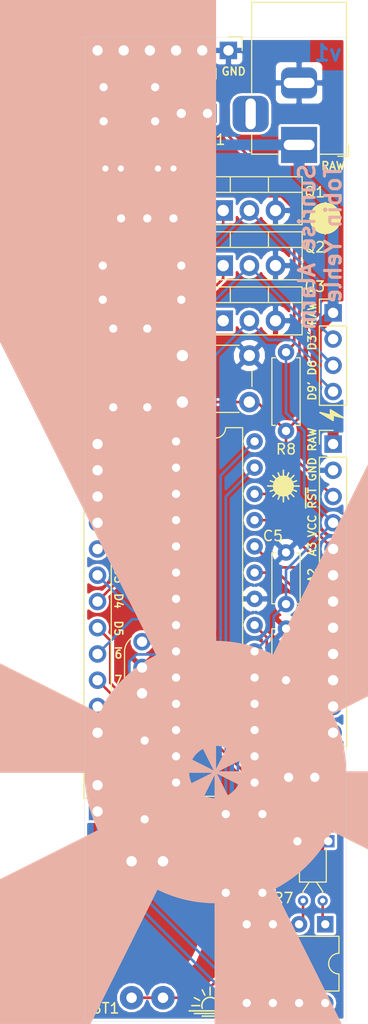
<source format=kicad_pcb>
(kicad_pcb (version 20171130) (host pcbnew 5.0.2-bee76a0~70~ubuntu16.04.1)
  (title_block (title "Sunrise Alarm") (date 2019-06-04) (rev v1) (comment 1 "Arduino Mini and Arduino Pro Mini design by Team Arduino and Spark Fun Electronics") (comment 2 creativecommons.org/licenses/by-nc-sa/4.0) (comment 3 "License: CC BY-NC-SA") (comment 4 "Author: Tobin Yehle"))
  (layers (0 F.Cu signal) (31 B.Cu signal) (34 B.Paste user) (35 F.Paste user) (36 B.SilkS user hide) (37 F.SilkS user) (38 B.Mask user) (39 F.Mask user) (44 Edge.Cuts user))
  (net 0 "")
  (net 1 GND)
  (net 2 "Net-(BT1-Pad1)")
  (net 3 RAW)
  (net 4 VCC)
  (net 5 "Net-(C4-Pad1)")
  (net 6 DTR)
  (net 7 RESET)
  (net 8 "Net-(D1-Pad1)")
  (net 9 "Net-(D2-Pad1)")
  (net 10 SCK)
  (net 11 TXO)
  (net 12 RXI)
  (net 13 D2)
  (net 14 LED_R)
  (net 15 D4)
  (net 16 D5)
  (net 17 LED_G)
  (net 18 D7)
  (net 19 D8)
  (net 20 LED_B)
  (net 21 D10)
  (net 22 MOSI)
  (net 23 MISO)
  (net 24 A0)
  (net 25 A1)
  (net 26 A2)
  (net 27 A3)
  (net 28 SDA)
  (net 29 SCL)
  (net 30 LED_CTL_R)
  (net 31 LED_CTL_G)
  (net 32 LED_CTL_B)
  (net 33 "Net-(U2-Pad1)")
  (net 34 "Net-(U2-Pad2)")
  (net 35 "Net-(U2-Pad7)")
  (net 36 "Net-(U3-Pad9)")
  (net 37 "Net-(U3-Pad10)")
  (module Sunrise:BatteryHolder_CR1220_THT (layer F.Cu) (at 131.826 135.89 270)
    (fp_text reference BT1 (at 7.62 4.064) (layer F.SilkS))
    (fp_text value "CR1220 3.3V")
    (pad 2 smd circle (at 0 0 270) (size 10.16 10.16) (layers F.Cu F.Mask) (net 1 GND))
    (pad 1 thru_hole circle (at 6.604 1.524 270) (size 2.286 2.286) (drill 1.016) (layers *.Cu *.Mask) (net 2 "Net-(BT1-Pad1)"))
    (pad 1 thru_hole circle (at 6.604 -1.524 270) (size 2.286 2.286) (drill 1.016) (layers *.Cu *.Mask) (net 2 "Net-(BT1-Pad1)"))
    (pad 1 thru_hole circle (at -6.604 1.524 270) (size 2.286 2.286) (drill 1.016) (layers *.Cu *.Mask) (net 2 "Net-(BT1-Pad1)"))
    (pad 1 thru_hole circle (at -6.604 -1.524 270) (size 2.286 2.286) (drill 1.016) (layers *.Cu *.Mask) (net 2 "Net-(BT1-Pad1)"))
  )
  (module Crystal:Resonator-3Pin_W6.0mm_H3.0mm (layer F.Cu) (at 131.318 113.03 90)
    (fp_text reference Y2 (at 6.096 1.524 180) (layer F.SilkS))
    (fp_text value 16MHz)
    (pad 1 thru_hole circle (at 0 0 90) (size 1.7 1.7) (drill 1) (layers *.Cu *.Mask) (net 37 "Net-(U3-Pad10)"))
    (pad 2 thru_hole circle (at 2.5 0 90) (size 1.7 1.7) (drill 1) (layers *.Cu *.Mask) (net 1 GND))
    (pad 3 thru_hole circle (at 5 0 90) (size 1.7 1.7) (drill 1) (layers *.Cu *.Mask) (net 36 "Net-(U3-Pad9)"))
  )
  (module Crystal:Crystal_C26-LF_D2.1mm_L6.5mm_Horizontal_1EP_style2 (layer F.Cu) (at 148.844 133.096 180)
    (fp_text reference Y1 (at 3.302 3.556) (layer F.SilkS))
    (fp_text value 32.768kHz)
    (pad 1 thru_hole circle (at 0 0 180) (size 1 1) (drill 0.5) (layers *.Cu *.Mask) (net 33 "Net-(U2-Pad1)"))
    (pad 2 thru_hole circle (at 1.9 0 180) (size 1 1) (drill 0.5) (layers *.Cu *.Mask) (net 34 "Net-(U2-Pad2)"))
    (pad 3 smd rect (at 0.95 5.75 180) (size 2.2 6.5) (layers F.Cu F.Paste F.Mask))
    (pad 3 thru_hole rect (at -0.55 5.75 180) (size 1.2 1.2) (drill 0.8) (layers *.Cu *.Mask))
    (pad 3 thru_hole rect (at 2.45 5.75 180) (size 1.2 1.2) (drill 0.8) (layers *.Cu *.Mask))
  )
  (module Package_DIP:DIP-28_W7.62mm (layer F.Cu) (at 134.62 88.646)
    (fp_text reference U3 (at 0.254 -1.778) (layer F.SilkS))
    (fp_text value ATmega328P-PU)
    (pad 1 thru_hole rect (at 0 0) (size 1.6 1.6) (drill 0.8) (layers *.Cu *.Mask) (net 7 RESET))
    (pad 15 thru_hole oval (at 7.62 33.02) (size 1.6 1.6) (drill 0.8) (layers *.Cu *.Mask) (net 32 LED_CTL_B))
    (pad 2 thru_hole oval (at 0 2.54) (size 1.6 1.6) (drill 0.8) (layers *.Cu *.Mask) (net 12 RXI))
    (pad 16 thru_hole oval (at 7.62 30.48) (size 1.6 1.6) (drill 0.8) (layers *.Cu *.Mask) (net 21 D10))
    (pad 3 thru_hole oval (at 0 5.08) (size 1.6 1.6) (drill 0.8) (layers *.Cu *.Mask) (net 11 TXO))
    (pad 17 thru_hole oval (at 7.62 27.94) (size 1.6 1.6) (drill 0.8) (layers *.Cu *.Mask) (net 22 MOSI))
    (pad 4 thru_hole oval (at 0 7.62) (size 1.6 1.6) (drill 0.8) (layers *.Cu *.Mask) (net 13 D2))
    (pad 18 thru_hole oval (at 7.62 25.4) (size 1.6 1.6) (drill 0.8) (layers *.Cu *.Mask) (net 23 MISO))
    (pad 5 thru_hole oval (at 0 10.16) (size 1.6 1.6) (drill 0.8) (layers *.Cu *.Mask) (net 30 LED_CTL_R))
    (pad 19 thru_hole oval (at 7.62 22.86) (size 1.6 1.6) (drill 0.8) (layers *.Cu *.Mask) (net 10 SCK))
    (pad 6 thru_hole oval (at 0 12.7) (size 1.6 1.6) (drill 0.8) (layers *.Cu *.Mask) (net 15 D4))
    (pad 20 thru_hole oval (at 7.62 20.32) (size 1.6 1.6) (drill 0.8) (layers *.Cu *.Mask) (net 4 VCC))
    (pad 7 thru_hole oval (at 0 15.24) (size 1.6 1.6) (drill 0.8) (layers *.Cu *.Mask) (net 4 VCC))
    (pad 21 thru_hole oval (at 7.62 17.78) (size 1.6 1.6) (drill 0.8) (layers *.Cu *.Mask) (net 5 "Net-(C4-Pad1)"))
    (pad 8 thru_hole oval (at 0 17.78) (size 1.6 1.6) (drill 0.8) (layers *.Cu *.Mask) (net 1 GND))
    (pad 22 thru_hole oval (at 7.62 15.24) (size 1.6 1.6) (drill 0.8) (layers *.Cu *.Mask) (net 1 GND))
    (pad 9 thru_hole oval (at 0 20.32) (size 1.6 1.6) (drill 0.8) (layers *.Cu *.Mask) (net 36 "Net-(U3-Pad9)"))
    (pad 23 thru_hole oval (at 7.62 12.7) (size 1.6 1.6) (drill 0.8) (layers *.Cu *.Mask) (net 24 A0))
    (pad 10 thru_hole oval (at 0 22.86) (size 1.6 1.6) (drill 0.8) (layers *.Cu *.Mask) (net 37 "Net-(U3-Pad10)"))
    (pad 24 thru_hole oval (at 7.62 10.16) (size 1.6 1.6) (drill 0.8) (layers *.Cu *.Mask) (net 25 A1))
    (pad 11 thru_hole oval (at 0 25.4) (size 1.6 1.6) (drill 0.8) (layers *.Cu *.Mask) (net 16 D5))
    (pad 25 thru_hole oval (at 7.62 7.62) (size 1.6 1.6) (drill 0.8) (layers *.Cu *.Mask) (net 26 A2))
    (pad 12 thru_hole oval (at 0 27.94) (size 1.6 1.6) (drill 0.8) (layers *.Cu *.Mask) (net 31 LED_CTL_G))
    (pad 26 thru_hole oval (at 7.62 5.08) (size 1.6 1.6) (drill 0.8) (layers *.Cu *.Mask) (net 27 A3))
    (pad 13 thru_hole oval (at 0 30.48) (size 1.6 1.6) (drill 0.8) (layers *.Cu *.Mask) (net 18 D7))
    (pad 27 thru_hole oval (at 7.62 2.54) (size 1.6 1.6) (drill 0.8) (layers *.Cu *.Mask) (net 28 SDA))
    (pad 14 thru_hole oval (at 0 33.02) (size 1.6 1.6) (drill 0.8) (layers *.Cu *.Mask) (net 19 D8))
    (pad 28 thru_hole oval (at 7.62 0) (size 1.6 1.6) (drill 0.8) (layers *.Cu *.Mask) (net 29 SCL))
  )
  (module Package_DIP:DIP-8_W7.62mm (layer F.Cu) (at 149.098 135.382 270)
    (fp_text reference U2 (at 3.81 9.906 270) (layer F.SilkS))
    (fp_text value DS1307+)
    (pad 1 thru_hole rect (at 0 0 270) (size 1.6 1.6) (drill 0.8) (layers *.Cu *.Mask) (net 33 "Net-(U2-Pad1)"))
    (pad 5 thru_hole oval (at 7.62 7.62 270) (size 1.6 1.6) (drill 0.8) (layers *.Cu *.Mask) (net 28 SDA))
    (pad 2 thru_hole oval (at 0 2.54 270) (size 1.6 1.6) (drill 0.8) (layers *.Cu *.Mask) (net 34 "Net-(U2-Pad2)"))
    (pad 6 thru_hole oval (at 7.62 5.08 270) (size 1.6 1.6) (drill 0.8) (layers *.Cu *.Mask) (net 29 SCL))
    (pad 3 thru_hole oval (at 0 5.08 270) (size 1.6 1.6) (drill 0.8) (layers *.Cu *.Mask) (net 2 "Net-(BT1-Pad1)"))
    (pad 7 thru_hole oval (at 7.62 2.54 270) (size 1.6 1.6) (drill 0.8) (layers *.Cu *.Mask) (net 35 "Net-(U2-Pad7)"))
    (pad 4 thru_hole oval (at 0 7.62 270) (size 1.6 1.6) (drill 0.8) (layers *.Cu *.Mask) (net 1 GND))
    (pad 8 thru_hole oval (at 7.62 0 270) (size 1.6 1.6) (drill 0.8) (layers *.Cu *.Mask) (net 4 VCC))
  )
  (module Package_TO_SOT_THT:TO-92_Inline_Wide (layer F.Cu) (at 134.366 67.056 180)
    (fp_text reference U1 (at -0.762 -2.032 180) (layer F.SilkS))
    (fp_text value L4931CZ50-AP)
    (pad 2 thru_hole circle (at 2.54 0 270) (size 1.5 1.5) (drill 0.8) (layers *.Cu *.Mask) (net 1 GND))
    (pad 3 thru_hole circle (at 5.08 0 270) (size 1.5 1.5) (drill 0.8) (layers *.Cu *.Mask) (net 4 VCC))
    (pad 1 thru_hole rect (at 0 0 270) (size 1.5 1.5) (drill 0.8) (layers *.Cu *.Mask) (net 3 RAW))
  )
  (module Resistor_THT:R_Axial_DIN0207_L6.3mm_D2.5mm_P7.62mm_Horizontal (layer F.Cu) (at 145.288 80.01 270)
    (fp_text reference R8 (at 9.398 0) (layer F.SilkS))
    (fp_text value 10K)
    (pad 1 thru_hole circle (at 0 0 270) (size 1.6 1.6) (drill 0.8) (layers *.Cu *.Mask) (net 4 VCC))
    (pad 2 thru_hole oval (at 7.62 0 270) (size 1.6 1.6) (drill 0.8) (layers *.Cu *.Mask) (net 7 RESET))
  )
  (module Resistor_THT:R_Axial_DIN0207_L6.3mm_D2.5mm_P7.62mm_Horizontal (layer F.Cu) (at 143.002 132.334 90)
    (fp_text reference R7 (at -0.508 2.032 180) (layer F.SilkS))
    (fp_text value 330)
    (pad 2 thru_hole oval (at 7.62 0 90) (size 1.6 1.6) (drill 0.8) (layers *.Cu *.Mask) (net 9 "Net-(D2-Pad1)"))
    (pad 1 thru_hole circle (at 0 0 90) (size 1.6 1.6) (drill 0.8) (layers *.Cu *.Mask) (net 1 GND))
  )
  (module Resistor_THT:R_Axial_DIN0207_L6.3mm_D2.5mm_P7.62mm_Horizontal (layer F.Cu) (at 131.572 125.222 90)
    (fp_text reference R6 (at 1.016 2.54 180) (layer F.SilkS))
    (fp_text value 10K)
    (pad 1 thru_hole circle (at 0 0 90) (size 1.6 1.6) (drill 0.8) (layers *.Cu *.Mask) (net 4 VCC))
    (pad 2 thru_hole oval (at 7.62 0 90) (size 1.6 1.6) (drill 0.8) (layers *.Cu *.Mask) (net 29 SCL))
  )
  (module Resistor_THT:R_Axial_DIN0207_L6.3mm_D2.5mm_P7.62mm_Horizontal (layer F.Cu) (at 139.446 132.334 90)
    (fp_text reference R5 (at 6.604 -2.54 180) (layer F.SilkS))
    (fp_text value 10K)
    (pad 2 thru_hole oval (at 7.62 0 90) (size 1.6 1.6) (drill 0.8) (layers *.Cu *.Mask) (net 28 SDA))
    (pad 1 thru_hole circle (at 0 0 90) (size 1.6 1.6) (drill 0.8) (layers *.Cu *.Mask) (net 4 VCC))
  )
  (module Resistor_THT:R_Axial_DIN0207_L6.3mm_D2.5mm_P7.62mm_Horizontal (layer F.Cu) (at 127.508 71.628)
    (fp_text reference R4 (at 0.254 -2.286) (layer F.SilkS))
    (fp_text value 10K)
    (pad 2 thru_hole oval (at 7.62 0) (size 1.6 1.6) (drill 0.8) (layers *.Cu *.Mask) (net 1 GND))
    (pad 1 thru_hole circle (at 0 0) (size 1.6 1.6) (drill 0.8) (layers *.Cu *.Mask) (net 8 "Net-(D1-Pad1)"))
  )
  (module Resistor_THT:R_Axial_DIN0207_L6.3mm_D2.5mm_P7.62mm_Horizontal (layer F.Cu) (at 131.826 77.724 270)
    (fp_text reference R3 (at 9.398 -0.762) (layer F.SilkS))
    (fp_text value 10k)
    (pad 2 thru_hole oval (at 7.62 0 270) (size 1.6 1.6) (drill 0.8) (layers *.Cu *.Mask) (net 1 GND))
    (pad 1 thru_hole circle (at 0 0 270) (size 1.6 1.6) (drill 0.8) (layers *.Cu *.Mask) (net 32 LED_CTL_B))
  )
  (module Resistor_THT:R_Axial_DIN0207_L6.3mm_D2.5mm_P7.62mm_Horizontal (layer F.Cu) (at 128.524 77.724 270)
    (fp_text reference R2 (at 9.144 -1.524) (layer F.SilkS))
    (fp_text value 10k)
    (pad 2 thru_hole oval (at 7.62 0 270) (size 1.6 1.6) (drill 0.8) (layers *.Cu *.Mask) (net 1 GND))
    (pad 1 thru_hole circle (at 0 0 270) (size 1.6 1.6) (drill 0.8) (layers *.Cu *.Mask) (net 31 LED_CTL_G))
  )
  (module Resistor_THT:R_Axial_DIN0207_L6.3mm_D2.5mm_P7.62mm_Horizontal (layer F.Cu) (at 135.128 74.93 180)
    (fp_text reference R1 (at -0.508 -1.778 180) (layer F.SilkS))
    (fp_text value 10k)
    (pad 1 thru_hole circle (at 0 0 180) (size 1.6 1.6) (drill 0.8) (layers *.Cu *.Mask) (net 30 LED_CTL_R))
    (pad 2 thru_hole oval (at 7.62 0 180) (size 1.6 1.6) (drill 0.8) (layers *.Cu *.Mask) (net 1 GND))
  )
  (module Package_TO_SOT_THT:TO-220-3_Vertical (layer F.Cu) (at 139.192 76.962)
    (fp_text reference Q3 (at 8.89 -3.302) (layer F.SilkS))
    (fp_text value IRLZ34N)
    (pad 1 thru_hole rect (at 0 0) (size 1.905 2) (drill 1.1) (layers *.Cu *.Mask) (net 32 LED_CTL_B))
    (pad 2 thru_hole oval (at 2.54 0) (size 1.905 2) (drill 1.1) (layers *.Cu *.Mask) (net 20 LED_B))
    (pad 3 thru_hole oval (at 5.08 0) (size 1.905 2) (drill 1.1) (layers *.Cu *.Mask) (net 1 GND))
  )
  (module Package_TO_SOT_THT:TO-220-3_Vertical (layer F.Cu) (at 139.192 71.628)
    (fp_text reference Q2 (at 8.89 -1.778) (layer F.SilkS))
    (fp_text value IRLZ34N)
    (pad 3 thru_hole oval (at 5.08 0) (size 1.905 2) (drill 1.1) (layers *.Cu *.Mask) (net 1 GND))
    (pad 2 thru_hole oval (at 2.54 0) (size 1.905 2) (drill 1.1) (layers *.Cu *.Mask) (net 17 LED_G))
    (pad 1 thru_hole rect (at 0 0) (size 1.905 2) (drill 1.1) (layers *.Cu *.Mask) (net 31 LED_CTL_G))
  )
  (module Package_TO_SOT_THT:TO-220-3_Vertical (layer F.Cu) (at 139.192 66.294)
    (fp_text reference Q1 (at 8.89 -1.778) (layer F.SilkS))
    (fp_text value IRLZ34N)
    (pad 1 thru_hole rect (at 0 0) (size 1.905 2) (drill 1.1) (layers *.Cu *.Mask) (net 30 LED_CTL_R))
    (pad 2 thru_hole oval (at 2.54 0) (size 1.905 2) (drill 1.1) (layers *.Cu *.Mask) (net 14 LED_R))
    (pad 3 thru_hole oval (at 5.08 0) (size 1.905 2) (drill 1.1) (layers *.Cu *.Mask) (net 1 GND))
  )
  (module Connector_PinHeader_2.54mm:PinHeader_1x02_P2.54mm_Vertical (layer F.Cu) (at 127 124.46 180)
    (fp_text reference J6 hide)
    (fp_text value I2C)
    (pad 1 thru_hole rect (at 0 0 180) (size 1.7 1.7) (drill 1) (layers *.Cu *.Mask) (net 28 SDA))
    (pad 2 thru_hole oval (at 0 2.54 180) (size 1.7 1.7) (drill 1) (layers *.Cu *.Mask) (net 29 SCL))
  )
  (module Connector_PinHeader_2.54mm:PinHeader_1x04_P2.54mm_Vertical (layer F.Cu) (at 149.86 76.2)
    (fp_text reference J5 hide)
    (fp_text value LED_STRIP_VGRB)
    (pad 1 thru_hole rect (at 0 0) (size 1.7 1.7) (drill 1) (layers *.Cu *.Mask) (net 3 RAW))
    (pad 2 thru_hole oval (at 0 2.54) (size 1.7 1.7) (drill 1) (layers *.Cu *.Mask) (net 14 LED_R))
    (pad 3 thru_hole oval (at 0 5.08) (size 1.7 1.7) (drill 1) (layers *.Cu *.Mask) (net 17 LED_G))
    (pad 4 thru_hole oval (at 0 7.62) (size 1.7 1.7) (drill 1) (layers *.Cu *.Mask) (net 20 LED_B))
  )
  (module Connector_PinHeader_2.54mm:PinHeader_1x12_P2.54mm_Vertical (layer F.Cu) (at 149.86 88.9)
    (fp_text reference J4 hide)
    (fp_text value Header)
    (pad 12 thru_hole oval (at 0 27.94) (size 1.7 1.7) (drill 1) (layers *.Cu *.Mask) (net 21 D10))
    (pad 11 thru_hole oval (at 0 25.4) (size 1.7 1.7) (drill 1) (layers *.Cu *.Mask) (net 22 MOSI))
    (pad 10 thru_hole oval (at 0 22.86) (size 1.7 1.7) (drill 1) (layers *.Cu *.Mask) (net 23 MISO))
    (pad 9 thru_hole oval (at 0 20.32) (size 1.7 1.7) (drill 1) (layers *.Cu *.Mask) (net 10 SCK))
    (pad 8 thru_hole oval (at 0 17.78) (size 1.7 1.7) (drill 1) (layers *.Cu *.Mask) (net 24 A0))
    (pad 7 thru_hole oval (at 0 15.24) (size 1.7 1.7) (drill 1) (layers *.Cu *.Mask) (net 25 A1))
    (pad 6 thru_hole oval (at 0 12.7) (size 1.7 1.7) (drill 1) (layers *.Cu *.Mask) (net 26 A2))
    (pad 5 thru_hole oval (at 0 10.16) (size 1.7 1.7) (drill 1) (layers *.Cu *.Mask) (net 27 A3))
    (pad 4 thru_hole oval (at 0 7.62) (size 1.7 1.7) (drill 1) (layers *.Cu *.Mask) (net 4 VCC))
    (pad 3 thru_hole oval (at 0 5.08) (size 1.7 1.7) (drill 1) (layers *.Cu *.Mask) (net 7 RESET))
    (pad 2 thru_hole oval (at 0 2.54) (size 1.7 1.7) (drill 1) (layers *.Cu *.Mask) (net 1 GND))
    (pad 1 thru_hole rect (at 0 0) (size 1.7 1.7) (drill 1) (layers *.Cu *.Mask) (net 3 RAW))
  )
  (module Connector_PinHeader_2.54mm:PinHeader_1x06_P2.54mm_Vertical (layer F.Cu) (at 139.7 50.8 270)
    (fp_text reference J3 hide)
    (fp_text value "FTDI Basic")
    (pad 1 thru_hole rect (at 0 0 270) (size 1.7 1.7) (drill 1) (layers *.Cu *.Mask) (net 1 GND))
    (pad 2 thru_hole oval (at 0 2.54 270) (size 1.7 1.7) (drill 1) (layers *.Cu *.Mask) (net 1 GND))
    (pad 3 thru_hole oval (at 0 5.08 270) (size 1.7 1.7) (drill 1) (layers *.Cu *.Mask) (net 4 VCC))
    (pad 4 thru_hole oval (at 0 7.62 270) (size 1.7 1.7) (drill 1) (layers *.Cu *.Mask) (net 12 RXI))
    (pad 5 thru_hole oval (at 0 10.16 270) (size 1.7 1.7) (drill 1) (layers *.Cu *.Mask) (net 11 TXO))
    (pad 6 thru_hole oval (at 0 12.7 270) (size 1.7 1.7) (drill 1) (layers *.Cu *.Mask) (net 6 DTR))
  )
  (module Connector_PinHeader_2.54mm:PinHeader_1x12_P2.54mm_Vertical (layer F.Cu) (at 127 88.9)
    (fp_text reference J2 hide)
    (fp_text value Header)
    (pad 1 thru_hole rect (at 0 0) (size 1.7 1.7) (drill 1) (layers *.Cu *.Mask) (net 11 TXO))
    (pad 2 thru_hole oval (at 0 2.54) (size 1.7 1.7) (drill 1) (layers *.Cu *.Mask) (net 12 RXI))
    (pad 3 thru_hole oval (at 0 5.08) (size 1.7 1.7) (drill 1) (layers *.Cu *.Mask) (net 7 RESET))
    (pad 4 thru_hole oval (at 0 7.62) (size 1.7 1.7) (drill 1) (layers *.Cu *.Mask) (net 1 GND))
    (pad 5 thru_hole oval (at 0 10.16) (size 1.7 1.7) (drill 1) (layers *.Cu *.Mask) (net 13 D2))
    (pad 6 thru_hole oval (at 0 12.7) (size 1.7 1.7) (drill 1) (layers *.Cu *.Mask) (net 14 LED_R))
    (pad 7 thru_hole oval (at 0 15.24) (size 1.7 1.7) (drill 1) (layers *.Cu *.Mask) (net 15 D4))
    (pad 8 thru_hole oval (at 0 17.78) (size 1.7 1.7) (drill 1) (layers *.Cu *.Mask) (net 16 D5))
    (pad 9 thru_hole oval (at 0 20.32) (size 1.7 1.7) (drill 1) (layers *.Cu *.Mask) (net 17 LED_G))
    (pad 10 thru_hole oval (at 0 22.86) (size 1.7 1.7) (drill 1) (layers *.Cu *.Mask) (net 18 D7))
    (pad 11 thru_hole oval (at 0 25.4) (size 1.7 1.7) (drill 1) (layers *.Cu *.Mask) (net 19 D8))
    (pad 12 thru_hole oval (at 0 27.94) (size 1.7 1.7) (drill 1) (layers *.Cu *.Mask) (net 20 LED_B))
  )
  (module Connector_BarrelJack:BarrelJack_Horizontal (layer F.Cu) (at 146.558 59.944 270)
    (fp_text reference J1 hide)
    (fp_text value "Barrel Jack 12V")
    (pad 1 thru_hole rect (at 0 0 270) (size 3.5 3.5) (drill oval 1 3) (layers *.Cu *.Mask) (net 3 RAW))
    (pad 2 thru_hole roundrect (at -6 0 270) (size 3 3.5) (drill oval 1 3) (layers *.Cu *.Mask) (net 1 GND))
    (pad 3 thru_hole roundrect (at -3 4.7 270) (size 3.5 3.5) (drill oval 3 1) (layers *.Cu *.Mask))
  )
  (module LED_THT:LED_D3.0mm (layer F.Cu) (at 148.082 121.158 180)
    (fp_text reference D2 (at 3.048 2.54 180) (layer F.SilkS))
    (fp_text value LED)
    (pad 1 thru_hole rect (at 0 0 180) (size 1.8 1.8) (drill 0.9) (layers *.Cu *.Mask) (net 9 "Net-(D2-Pad1)"))
    (pad 2 thru_hole circle (at 2.54 0 180) (size 1.8 1.8) (drill 0.9) (layers *.Cu *.Mask) (net 10 SCK))
  )
  (module LED_THT:LED_D3.0mm (layer F.Cu) (at 137.668 56.896 180)
    (fp_text reference D1 (at -0.762 -2.54 180) (layer F.SilkS))
    (fp_text value LED)
    (pad 2 thru_hole circle (at 2.54 0 180) (size 1.8 1.8) (drill 0.9) (layers *.Cu *.Mask) (net 4 VCC))
    (pad 1 thru_hole rect (at 0 0 180) (size 1.8 1.8) (drill 0.9) (layers *.Cu *.Mask) (net 8 "Net-(D1-Pad1)"))
  )
  (module Capacitor_THT:C_Disc_D4.7mm_W2.5mm_P5.00mm (layer F.Cu) (at 132.588 54.356 180)
    (fp_text reference C6 (at -2.032 0 180) (layer F.SilkS))
    (fp_text value 0.1uF)
    (pad 2 thru_hole circle (at 5 0 180) (size 1.6 1.6) (drill 0.8) (layers *.Cu *.Mask) (net 6 DTR))
    (pad 1 thru_hole circle (at 0 0 180) (size 1.6 1.6) (drill 0.8) (layers *.Cu *.Mask) (net 7 RESET))
  )
  (module Capacitor_THT:C_Disc_D4.7mm_W2.5mm_P5.00mm (layer F.Cu) (at 145.288 104.394 90)
    (fp_text reference C5 (at 6.604 -1.27 180) (layer F.SilkS))
    (fp_text value 0.1uF)
    (pad 1 thru_hole circle (at 0 0 90) (size 1.6 1.6) (drill 0.8) (layers *.Cu *.Mask) (net 4 VCC))
    (pad 2 thru_hole circle (at 5 0 90) (size 1.6 1.6) (drill 0.8) (layers *.Cu *.Mask) (net 1 GND))
  )
  (module Capacitor_THT:C_Disc_D4.7mm_W2.5mm_P5.00mm (layer F.Cu) (at 145.288 111.76 90)
    (fp_text reference C4 (at -1.524 -1.27 180) (layer F.SilkS))
    (fp_text value 0.1uF)
    (pad 1 thru_hole circle (at 0 0 90) (size 1.6 1.6) (drill 0.8) (layers *.Cu *.Mask) (net 5 "Net-(C4-Pad1)"))
    (pad 2 thru_hole circle (at 5 0 90) (size 1.6 1.6) (drill 0.8) (layers *.Cu *.Mask) (net 1 GND))
  )
  (module Capacitor_THT:C_Disc_D4.7mm_W2.5mm_P5.00mm (layer F.Cu) (at 132.588 57.658 180)
    (fp_text reference C3 (at 1.27 -2.286 180) (layer F.SilkS))
    (fp_text value 0.1uF)
    (pad 2 thru_hole circle (at 5 0 180) (size 1.6 1.6) (drill 0.8) (layers *.Cu *.Mask) (net 1 GND))
    (pad 1 thru_hole circle (at 0 0 180) (size 1.6 1.6) (drill 0.8) (layers *.Cu *.Mask) (net 4 VCC))
  )
  (module Capacitor_THT:CP_Radial_D4.0mm_P1.50mm (layer F.Cu) (at 127.762 62.23)
    (fp_text reference C2 (at -0.254 3.048) (layer F.SilkS))
    (fp_text value 10uF)
    (pad 2 thru_hole circle (at 1.5 0) (size 1.2 1.2) (drill 0.6) (layers *.Cu *.Mask) (net 1 GND))
    (pad 1 thru_hole rect (at 0 0) (size 1.2 1.2) (drill 0.6) (layers *.Cu *.Mask) (net 4 VCC))
  )
  (module Capacitor_THT:CP_Radial_D4.0mm_P1.50mm (layer F.Cu) (at 134.366 62.23 180)
    (fp_text reference C1 (at -2.286 1.016 180) (layer F.SilkS))
    (fp_text value 10uF)
    (pad 1 thru_hole rect (at 0 0 180) (size 1.2 1.2) (drill 0.6) (layers *.Cu *.Mask) (net 3 RAW))
    (pad 2 thru_hole circle (at 1.5 0 180) (size 1.2 1.2) (drill 0.6) (layers *.Cu *.Mask) (net 1 GND))
  )
  (module Button_Switch_THT:SW_PUSH_6mm (layer F.Cu) (at 135.232 80.336)
    (fp_text reference SW1 (at -0.104 -1.85) (layer F.SilkS))
    (fp_text value Reset)
    (pad 2 thru_hole circle (at 0 4.5 90) (size 2 2) (drill 1.1) (layers *.Cu *.Mask) (net 7 RESET))
    (pad 1 thru_hole circle (at 0 0 90) (size 2 2) (drill 1.1) (layers *.Cu *.Mask) (net 1 GND))
    (pad 2 thru_hole circle (at 6.5 4.5 90) (size 2 2) (drill 1.1) (layers *.Cu *.Mask) (net 7 RESET))
    (pad 1 thru_hole circle (at 6.5 0 90) (size 2 2) (drill 1.1) (layers *.Cu *.Mask) (net 1 GND))
  )
  (gr_line (start 136.906 143.256) (end 136.144 143.256) (layer F.SilkS) (width 0.1524))
  (gr_line (start 138.938 143.256) (end 139.7 143.256) (layer F.SilkS) (width 0.1524))
  (gr_arc (start 137.922 143.256) (end 138.683999 143.509999) (angle -216.8698976) (layer F.SilkS) (width 0.1524))
  (gr_line (start 136.398 144.018) (end 139.446 144.018) (layer F.SilkS) (width 0.1524))
  (gr_line (start 139.954 143.764) (end 135.89 143.764) (layer F.SilkS) (width 0.1524))
  (gr_line (start 137.922 142.24) (end 137.922 141.478) (layer F.SilkS) (width 0.1524))
  (gr_line (start 138.938 142.748) (end 139.446 142.494) (layer F.SilkS) (width 0.1524))
  (gr_line (start 138.43 142.24) (end 138.684 141.732) (layer F.SilkS) (width 0.1524))
  (gr_line (start 136.906 142.748) (end 136.398 142.494) (layer F.SilkS) (width 0.1524))
  (gr_line (start 137.414 142.24) (end 137.16 141.732) (layer F.SilkS) (width 0.1524))
  (gr_line (start 137.16 144.272) (end 138.684 144.272) (layer F.SilkS) (width 0.1524))
  (gr_poly (pts (xy 150.114 68.072) (xy 148.844 67.31) (xy 149.352 66.802)) (layer F.SilkS) (width 0.15))
  (gr_poly (pts (xy 148.082 68.072) (xy 148.844 66.802) (xy 149.352 67.31)) (layer F.SilkS) (width 0.15))
  (gr_poly (pts (xy 148.082 66.04) (xy 149.352 66.802) (xy 148.844 67.31)) (layer F.SilkS) (width 0.15))
  (gr_poly (pts (xy 150.114 66.04) (xy 149.352 67.31) (xy 148.844 66.802)) (layer F.SilkS) (width 0.15))
  (gr_poly (pts (xy 150.622 67.056) (xy 149.098 67.31) (xy 149.098 66.802)) (layer F.SilkS) (width 0.15))
  (gr_poly (pts (xy 149.098 68.58) (xy 148.844 67.056) (xy 149.352 67.056)) (layer F.SilkS) (width 0.15))
  (gr_poly (pts (xy 147.574 67.056) (xy 149.098 66.802) (xy 149.098 67.31)) (layer F.SilkS) (width 0.15))
  (gr_poly (pts (xy 149.098 65.532) (xy 149.352 67.056) (xy 148.844 67.056)) (layer F.SilkS) (width 0.15))
  (gr_poly (pts (xy 149.098 65.532) (xy 149.352 67.056) (xy 148.844 67.056)) (layer F.SilkS) (width 0.15))
  (gr_circle (center 149.098 67.056) (end 149.352 67.056) (layer F.SilkS) (width 1.27))
  (gr_line (start 146.304 93.472) (end 143.764 92.456) (layer F.SilkS) (width 0.1524))
  (gr_line (start 143.764 93.472) (end 146.304 92.456) (layer F.SilkS) (width 0.1524))
  (gr_line (start 145.542 91.694) (end 144.526 94.234) (layer F.SilkS) (width 0.1524))
  (gr_line (start 145.542 94.234) (end 144.526 91.694) (layer F.SilkS) (width 0.1524))
  (gr_line (start 144.018 91.948) (end 146.05 93.98) (layer F.SilkS) (width 0.1524))
  (gr_line (start 144.018 93.98) (end 146.05 91.948) (layer F.SilkS) (width 0.1524))
  (gr_line (start 145.034 91.44) (end 145.034 94.488) (layer F.SilkS) (width 0.1524))
  (gr_line (start 146.558 92.964) (end 143.51 92.964) (layer F.SilkS) (width 0.1524))
  (gr_circle (center 145.034 92.964) (end 145.288 92.964) (layer F.SilkS) (width 0.762))
  (gr_line (start 131.572 98.298) (end 131.572 98.806) (layer F.SilkS) (width 0.1524))
  (gr_line (start 132.08 98.806) (end 132.08 98.298) (layer F.SilkS) (width 0.1524))
  (gr_line (start 131.826 98.298) (end 131.826 99.06) (layer F.SilkS) (width 0.1524))
  (gr_line (start 131.064 97.79) (end 130.556 97.79) (layer F.SilkS) (width 0.1524))
  (gr_line (start 131.064 97.282) (end 130.556 97.282) (layer F.SilkS) (width 0.1524))
  (gr_line (start 131.064 97.536) (end 130.302 97.536) (layer F.SilkS) (width 0.1524))
  (gr_line (start 131.572 96.774) (end 131.572 96.266) (layer F.SilkS) (width 0.1524))
  (gr_line (start 132.08 96.774) (end 132.08 96.266) (layer F.SilkS) (width 0.1524))
  (gr_line (start 131.826 96.774) (end 131.826 96.012) (layer F.SilkS) (width 0.1524))
  (gr_circle (center 131.826 97.536) (end 132.334 97.536) (layer F.SilkS) (width 0.1524))
  (gr_line (start 132.588 97.79) (end 133.096 97.79) (layer F.SilkS) (width 0.1524))
  (gr_line (start 132.588 97.282) (end 133.096 97.282) (layer F.SilkS) (width 0.1524))
  (gr_line (start 132.588 97.536) (end 133.35 97.536) (layer F.SilkS) (width 0.1524))
  (gr_text RAW (at 149.86 61.976) (layer F.SilkS) (effects (font (size 0.762 0.762) (thickness 0.1524))))
  (gr_text A5 (at 127.762 119.634 270) (layer F.SilkS) (effects (font (size 0.762 0.762) (thickness 0.1524))))
  (gr_text A4 (at 127.762 126.746 270) (layer F.SilkS) (effects (font (size 0.762 0.762) (thickness 0.1524))))
  (gr_text "D9' D6'" (at 147.828 82.55 90) (layer F.SilkS) (effects (font (size 0.762 0.762) (thickness 0.1524))))
  (gr_text "~6~\n\n7" (at 129.032 110.49) (layer F.SilkS) (effects (font (size 0.762 0.762) (thickness 0.1524))))
  (gr_text v1 (at 149.352 51.054) (layer B.Cu) (effects (font (size 1.524 1.524) (thickness 0.3048)) (justify mirror)))
  (gr_text "Tobin Yehle" (at 149.86 68.58 90) (layer B.SilkS) (effects (font (size 1.524 1.524) (thickness 0.3048)) (justify mirror)))
  (gr_text "Sunrise Alarm" (at 147.32 69.85 90) (layer B.SilkS) (effects (font (size 1.524 1.524) (thickness 0.3048)) (justify mirror)))
  (gr_poly (pts (xy 138.43 120.65) (xy 138.43 222.25) (xy 189.23 222.25)) (layer B.SilkS) (width 0.15))
  (gr_poly (pts (xy 138.43 120.65) (xy 138.43 19.05) (xy 87.63 19.05)) (layer B.SilkS) (width 0.15))
  (gr_poly (pts (xy 138.43 120.65) (xy 163.83 69.85) (xy 189.23 95.25)) (layer B.SilkS) (width 0.15))
  (gr_poly (pts (xy 138.43 120.65) (xy 87.63 120.65) (xy 87.63 95.25)) (layer B.SilkS) (width 0.15))
  (gr_poly (pts (xy 138.43 120.65) (xy 113.03 171.45) (xy 87.63 146.05)) (layer B.SilkS) (width 0.15))
  (gr_poly (pts (xy 138.43 120.65) (xy 189.23 146.05) (xy 189.23 120.65)) (layer B.SilkS) (width 0.15))
  (gr_circle (center 138.43 120.65) (end 140.97 120.65) (layer B.SilkS) (width 10.16))
  (gr_poly (pts (xy 148.59 85.852) (xy 149.86 86.614) (xy 149.86 86.106) (xy 150.876 86.36) (xy 149.606 85.598) (xy 149.606 86.106)) (layer F.SilkS) (width 0.15))
  (gr_text "D3' RAW" (at 147.828 77.47 90) (layer F.SilkS) (effects (font (size 0.762 0.762) (thickness 0.1524))))
  (gr_text SCK/D13 (at 149.86 121.158 90) (layer F.SilkS) (effects (font (size 0.762 0.762) (thickness 0.1524))))
  (gr_poly (pts (xy 130.048 100.838) (xy 130.048 100.584) (xy 130.556 100.838) (xy 129.794 100.33) (xy 129.794 100.584) (xy 129.286 100.33)) (layer F.SilkS) (width 0.15))
  (gr_poly (pts (xy 132.334 103.886) (xy 132.334 103.632) (xy 132.842 103.886) (xy 132.08 103.378) (xy 132.08 103.632) (xy 131.572 103.378)) (layer F.SilkS) (width 0.15))
  (gr_poly (pts (xy 130.048 116.078) (xy 130.048 115.824) (xy 130.556 116.078) (xy 129.794 115.57) (xy 129.794 115.824) (xy 129.286 115.57)) (layer F.SilkS) (width 0.15))
  (gr_text "D8  ~D9~" (at 129.032 115.57 270) (layer F.SilkS) (effects (font (size 0.762 0.762) (thickness 0.1524))))
  (gr_text "D4  D5" (at 129.032 105.41 270) (layer F.SilkS) (effects (font (size 0.762 0.762) (thickness 0.1524))))
  (gr_text "D2  ~D3~" (at 129.032 100.33 270) (layer F.SilkS) (effects (font (size 0.762 0.762) (thickness 0.1524))))
  (gr_text "~RST~ GND" (at 129.032 95.25 270) (layer F.SilkS) (effects (font (size 0.762 0.762) (thickness 0.1524))))
  (gr_text "TXO RXI" (at 129.032 90.17 270) (layer F.SilkS) (effects (font (size 0.762 0.762) (thickness 0.1524))))
  (gr_text "     MISO\nMOSI" (at 145.288 115.316 45) (layer F.SilkS) (effects (font (size 0.762 0.762) (thickness 0.1524))))
  (gr_text "A2  A3" (at 147.828 100.33 90) (layer F.SilkS) (effects (font (size 0.762 0.762) (thickness 0.1524))))
  (gr_text "A0  A1" (at 147.828 105.41 90) (layer F.SilkS) (effects (font (size 0.762 0.762) (thickness 0.1524))))
  (gr_text "D12 SCK" (at 147.828 110.49 90) (layer F.SilkS) (effects (font (size 0.762 0.762) (thickness 0.1524))))
  (gr_text "VCC ~RST~" (at 147.828 95.504 90) (layer F.SilkS) (effects (font (size 0.762 0.762) (thickness 0.1524))))
  (gr_text "GND RAW" (at 147.828 89.916 90) (layer F.SilkS) (effects (font (size 0.762 0.762) (thickness 0.1524))))
  (gr_text "SS D11" (at 147.828 115.57 90) (layer F.SilkS) (effects (font (size 0.762 0.762) (thickness 0.1524))))
  (gr_text FTDI (at 137.16 53.086) (layer F.SilkS) (effects (font (size 1.016 1.016) (thickness 0.1524))))
  (gr_text GND (at 140.208 52.832) (layer F.SilkS) (effects (font (size 0.762 0.762) (thickness 0.1524))))
  (gr_text ~D6~ (at 131.318 104.648 270) (layer F.SilkS) (effects (font (size 0.762 0.762) (thickness 0.1524))))
  (gr_text "SCL SDA" (at 129.032 123.19 270) (layer F.SilkS) (effects (font (size 0.762 0.762) (thickness 0.1524))))
  (gr_line (start 151.13 144.78) (end 125.73 144.78) (layer Edge.Cuts) (width 0.0254))
  (gr_line (start 125.73 49.53) (end 151.13 49.53) (layer Edge.Cuts) (width 0.0254))
  (gr_line (start 125.73 49.53) (end 125.73 144.78) (layer Edge.Cuts) (width 0.0254))
  (gr_line (start 151.13 49.53) (end 151.13 144.78) (layer Edge.Cuts) (width 0.0254))
  (segment (start 131.918446 142.494) (end 133.35 142.494) (width 0.254) (layer F.Cu) (net 2))
  (segment (start 130.302 142.494) (end 131.918446 142.494) (width 0.254) (layer F.Cu) (net 2))
  (segment (start 130.302 129.286) (end 133.35 129.286) (width 0.254) (layer F.Cu) (net 2))
  (segment (start 136.906 142.494) (end 133.35 142.494) (width 0.254) (layer F.Cu) (net 2))
  (segment (start 144.018 135.382) (end 136.906 142.494) (width 0.254) (layer F.Cu) (net 2))
  (segment (start 134.492999 130.428999) (end 133.35 129.286) (width 0.254) (layer F.Cu) (net 2))
  (segment (start 140.627001 136.563001) (end 134.492999 130.428999) (width 0.254) (layer F.Cu) (net 2))
  (segment (start 142.836999 136.563001) (end 140.627001 136.563001) (width 0.254) (layer F.Cu) (net 2))
  (segment (start 144.018 135.382) (end 142.836999 136.563001) (width 0.254) (layer F.Cu) (net 2))
  (segment (start 149.86 86.9832) (end 149.86 88.9) (width 1.0668) (layer F.Cu) (net 3))
  (segment (start 148.222599 85.345799) (end 149.86 86.9832) (width 1.0668) (layer F.Cu) (net 3))
  (segment (start 148.222599 77.837401) (end 148.222599 85.345799) (width 1.0668) (layer F.Cu) (net 3))
  (segment (start 149.86 76.2) (end 148.222599 77.837401) (width 1.0668) (layer F.Cu) (net 3))
  (segment (start 134.366 62.23) (end 134.366 67.056) (width 1.0668) (layer B.Cu) (net 3))
  (segment (start 143.7412 59.944) (end 146.558 59.944) (width 1.0668) (layer B.Cu) (net 3))
  (segment (start 135.636 59.944) (end 143.7412 59.944) (width 1.0668) (layer B.Cu) (net 3))
  (segment (start 134.366 61.214) (end 135.636 59.944) (width 1.0668) (layer B.Cu) (net 3))
  (segment (start 134.366 62.23) (end 134.366 61.214) (width 1.0668) (layer B.Cu) (net 3))
  (segment (start 149.86 66.0628) (end 149.86 74.2832) (width 1.0668) (layer B.Cu) (net 3))
  (segment (start 149.86 74.2832) (end 149.86 76.2) (width 1.0668) (layer B.Cu) (net 3))
  (segment (start 146.558 62.7608) (end 149.86 66.0628) (width 1.0668) (layer B.Cu) (net 3))
  (segment (start 146.558 59.944) (end 146.558 62.7608) (width 1.0668) (layer B.Cu) (net 3))
  (segment (start 127.762 65.532) (end 129.286 67.056) (width 0.254) (layer F.Cu) (net 4))
  (segment (start 127.762 62.23) (end 127.762 65.532) (width 0.254) (layer F.Cu) (net 4))
  (segment (start 129.286 70.835882) (end 129.286 67.056) (width 0.254) (layer B.Cu) (net 4))
  (segment (start 133.007001 74.556883) (end 129.286 70.835882) (width 0.254) (layer B.Cu) (net 4))
  (segment (start 133.007001 102.273001) (end 133.007001 74.556883) (width 0.254) (layer B.Cu) (net 4))
  (segment (start 134.62 103.886) (end 133.007001 102.273001) (width 0.254) (layer B.Cu) (net 4))
  (segment (start 148.298001 142.202001) (end 149.098 143.002) (width 0.254) (layer F.Cu) (net 4))
  (segment (start 145.376999 134.993117) (end 145.376999 139.280999) (width 0.254) (layer F.Cu) (net 4))
  (segment (start 144.584881 134.200999) (end 145.376999 134.993117) (width 0.254) (layer F.Cu) (net 4))
  (segment (start 145.376999 139.280999) (end 148.298001 142.202001) (width 0.254) (layer F.Cu) (net 4))
  (segment (start 141.312999 134.200999) (end 144.584881 134.200999) (width 0.254) (layer F.Cu) (net 4))
  (segment (start 139.446 132.334) (end 141.312999 134.200999) (width 0.254) (layer F.Cu) (net 4))
  (segment (start 140.627001 110.578999) (end 141.440001 109.765999) (width 0.254) (layer B.Cu) (net 4))
  (segment (start 141.440001 109.765999) (end 142.24 108.966) (width 0.254) (layer B.Cu) (net 4))
  (segment (start 140.627001 131.152999) (end 140.627001 110.578999) (width 0.254) (layer B.Cu) (net 4))
  (segment (start 139.446 132.334) (end 140.627001 131.152999) (width 0.254) (layer B.Cu) (net 4))
  (segment (start 132.588 70.358) (end 133.604 70.358) (width 0.254) (layer F.Cu) (net 4))
  (segment (start 129.286 67.056) (end 132.588 70.358) (width 0.254) (layer F.Cu) (net 4))
  (segment (start 133.604 70.358) (end 136.144 67.818) (width 0.254) (layer F.Cu) (net 4))
  (segment (start 146.087999 79.210001) (end 145.288 80.01) (width 0.254) (layer F.Cu) (net 4))
  (segment (start 146.087999 66.176632) (end 146.087999 79.210001) (width 0.254) (layer F.Cu) (net 4))
  (segment (start 144.824357 64.91299) (end 146.087999 66.176632) (width 0.254) (layer F.Cu) (net 4))
  (segment (start 137.934708 64.91299) (end 144.824357 64.91299) (width 0.254) (layer F.Cu) (net 4))
  (segment (start 136.144 66.703698) (end 137.934708 64.91299) (width 0.254) (layer F.Cu) (net 4))
  (segment (start 136.144 67.818) (end 136.144 66.703698) (width 0.254) (layer F.Cu) (net 4))
  (segment (start 145.288 85.882118) (end 147.066 87.660118) (width 0.254) (layer B.Cu) (net 4))
  (segment (start 145.288 80.01) (end 145.288 85.882118) (width 0.254) (layer B.Cu) (net 4))
  (segment (start 147.066 93.726) (end 149.86 96.52) (width 0.254) (layer B.Cu) (net 4))
  (segment (start 147.066 87.660118) (end 147.066 93.726) (width 0.254) (layer B.Cu) (net 4))
  (segment (start 135.128 51.308) (end 134.62 50.8) (width 0.254) (layer B.Cu) (net 4))
  (segment (start 135.128 56.896) (end 135.128 51.308) (width 0.254) (layer B.Cu) (net 4))
  (segment (start 133.35 56.896) (end 132.588 57.658) (width 0.254) (layer B.Cu) (net 4))
  (segment (start 135.128 56.896) (end 133.35 56.896) (width 0.254) (layer B.Cu) (net 4))
  (segment (start 127.762 61.376) (end 127.762 62.23) (width 0.254) (layer B.Cu) (net 4))
  (segment (start 130.680001 58.457999) (end 127.762 61.376) (width 0.254) (layer B.Cu) (net 4))
  (segment (start 131.788001 58.457999) (end 130.680001 58.457999) (width 0.254) (layer B.Cu) (net 4))
  (segment (start 132.588 57.658) (end 131.788001 58.457999) (width 0.254) (layer B.Cu) (net 4))
  (segment (start 133.858 125.222) (end 139.446 130.81) (width 0.254) (layer F.Cu) (net 4))
  (segment (start 139.446 130.81) (end 139.446 132.334) (width 0.254) (layer F.Cu) (net 4))
  (segment (start 131.572 125.222) (end 133.858 125.222) (width 0.254) (layer F.Cu) (net 4))
  (segment (start 144.488001 105.193999) (end 145.288 104.394) (width 0.254) (layer B.Cu) (net 4))
  (segment (start 144.106999 105.575001) (end 144.488001 105.193999) (width 0.254) (layer B.Cu) (net 4))
  (segment (start 144.106999 107.099001) (end 144.106999 105.575001) (width 0.254) (layer B.Cu) (net 4))
  (segment (start 142.24 108.966) (end 144.106999 107.099001) (width 0.254) (layer B.Cu) (net 4))
  (segment (start 145.288 101.092) (end 145.288 104.394) (width 0.254) (layer B.Cu) (net 4))
  (segment (start 149.86 96.52) (end 145.288 101.092) (width 0.254) (layer B.Cu) (net 4))
  (segment (start 143.039999 107.225999) (end 142.24 106.426) (width 0.254) (layer F.Cu) (net 5))
  (segment (start 143.421001 107.607001) (end 143.039999 107.225999) (width 0.254) (layer F.Cu) (net 5))
  (segment (start 145.288 110.62863) (end 143.421001 108.761631) (width 0.254) (layer F.Cu) (net 5))
  (segment (start 143.421001 108.761631) (end 143.421001 107.607001) (width 0.254) (layer F.Cu) (net 5))
  (segment (start 145.288 111.76) (end 145.288 110.62863) (width 0.254) (layer F.Cu) (net 5))
  (segment (start 127 53.768) (end 127.588 54.356) (width 0.254) (layer F.Cu) (net 6))
  (segment (start 127 50.8) (end 127 53.768) (width 0.254) (layer F.Cu) (net 6))
  (segment (start 136.646213 84.836) (end 141.732 84.836) (width 0.254) (layer F.Cu) (net 7))
  (segment (start 135.232 84.836) (end 136.646213 84.836) (width 0.254) (layer F.Cu) (net 7))
  (segment (start 142.494 84.836) (end 141.732 84.836) (width 0.254) (layer F.Cu) (net 7))
  (segment (start 145.288 87.63) (end 142.494 84.836) (width 0.254) (layer F.Cu) (net 7))
  (segment (start 145.288 89.408) (end 149.86 93.98) (width 0.254) (layer F.Cu) (net 7))
  (segment (start 145.288 87.63) (end 145.288 89.408) (width 0.254) (layer F.Cu) (net 7))
  (segment (start 135.186881 94.907001) (end 136.30901 93.784872) (width 0.254) (layer F.Cu) (net 7))
  (segment (start 136.30901 89.28101) (end 135.674 88.646) (width 0.254) (layer F.Cu) (net 7))
  (segment (start 130.642999 94.907001) (end 135.186881 94.907001) (width 0.254) (layer F.Cu) (net 7))
  (segment (start 136.30901 93.784872) (end 136.30901 89.28101) (width 0.254) (layer F.Cu) (net 7))
  (segment (start 128.865999 93.130001) (end 130.642999 94.907001) (width 0.254) (layer F.Cu) (net 7))
  (segment (start 127.849999 93.130001) (end 128.865999 93.130001) (width 0.254) (layer F.Cu) (net 7))
  (segment (start 135.674 88.646) (end 134.62 88.646) (width 0.254) (layer F.Cu) (net 7))
  (segment (start 127 93.98) (end 127.849999 93.130001) (width 0.254) (layer F.Cu) (net 7))
  (segment (start 134.62 85.448) (end 135.232 84.836) (width 0.254) (layer B.Cu) (net 7))
  (segment (start 134.62 88.646) (end 134.62 85.448) (width 0.254) (layer B.Cu) (net 7))
  (segment (start 146.087999 86.830001) (end 145.288 87.63) (width 0.254) (layer F.Cu) (net 7))
  (segment (start 139.72699 56.469188) (end 139.72699 59.097189) (width 0.254) (layer F.Cu) (net 7))
  (segment (start 146.596009 65.966208) (end 146.596009 86.321991) (width 0.254) (layer F.Cu) (net 7))
  (segment (start 139.72699 59.097189) (end 146.596009 65.966208) (width 0.254) (layer F.Cu) (net 7))
  (segment (start 137.613802 54.356) (end 139.72699 56.469188) (width 0.254) (layer F.Cu) (net 7))
  (segment (start 146.596009 86.321991) (end 146.087999 86.830001) (width 0.254) (layer F.Cu) (net 7))
  (segment (start 132.588 54.356) (end 137.613802 54.356) (width 0.254) (layer F.Cu) (net 7))
  (segment (start 137.668 58.05) (end 136.79 58.928) (width 0.254) (layer B.Cu) (net 8))
  (segment (start 137.668 56.896) (end 137.668 58.05) (width 0.254) (layer B.Cu) (net 8))
  (segment (start 127.508 70.49663) (end 127.508 71.628) (width 0.254) (layer B.Cu) (net 8))
  (segment (start 127.508 66.136118) (end 127.508 70.49663) (width 0.254) (layer B.Cu) (net 8))
  (segment (start 134.716118 58.928) (end 127.508 66.136118) (width 0.254) (layer B.Cu) (net 8))
  (segment (start 136.79 58.928) (end 134.716118 58.928) (width 0.254) (layer B.Cu) (net 8))
  (segment (start 144.526 124.714) (end 143.002 124.714) (width 0.254) (layer F.Cu) (net 9))
  (segment (start 148.082 121.158) (end 144.526 124.714) (width 0.254) (layer F.Cu) (net 9))
  (segment (start 143.675001 112.941001) (end 143.039999 112.305999) (width 0.254) (layer F.Cu) (net 10))
  (segment (start 149.010001 110.293881) (end 146.362881 112.941001) (width 0.254) (layer F.Cu) (net 10))
  (segment (start 143.039999 112.305999) (end 142.24 111.506) (width 0.254) (layer F.Cu) (net 10))
  (segment (start 149.010001 110.069999) (end 149.010001 110.293881) (width 0.254) (layer F.Cu) (net 10))
  (segment (start 146.362881 112.941001) (end 143.675001 112.941001) (width 0.254) (layer F.Cu) (net 10))
  (segment (start 149.86 109.22) (end 149.010001 110.069999) (width 0.254) (layer F.Cu) (net 10))
  (segment (start 141.440001 112.305999) (end 142.24 111.506) (width 0.254) (layer F.Cu) (net 10))
  (segment (start 141.058999 112.687001) (end 141.440001 112.305999) (width 0.254) (layer F.Cu) (net 10))
  (segment (start 141.058999 119.692881) (end 141.058999 112.687001) (width 0.254) (layer F.Cu) (net 10))
  (segment (start 144.269208 121.158) (end 143.507208 120.396) (width 0.254) (layer F.Cu) (net 10))
  (segment (start 141.762118 120.396) (end 141.058999 119.692881) (width 0.254) (layer F.Cu) (net 10))
  (segment (start 143.507208 120.396) (end 141.762118 120.396) (width 0.254) (layer F.Cu) (net 10))
  (segment (start 145.542 121.158) (end 144.269208 121.158) (width 0.254) (layer F.Cu) (net 10))
  (segment (start 128.104 88.9) (end 127 88.9) (width 0.254) (layer F.Cu) (net 11))
  (segment (start 135.801001 90.081001) (end 135.547001 89.827001) (width 0.254) (layer F.Cu) (net 11))
  (segment (start 135.801001 92.544999) (end 135.801001 90.081001) (width 0.254) (layer F.Cu) (net 11))
  (segment (start 129.031001 89.827001) (end 128.104 88.9) (width 0.254) (layer F.Cu) (net 11))
  (segment (start 135.547001 89.827001) (end 129.031001 89.827001) (width 0.254) (layer F.Cu) (net 11))
  (segment (start 134.62 93.726) (end 135.801001 92.544999) (width 0.254) (layer F.Cu) (net 11))
  (segment (start 127 87.796) (end 127 88.9) (width 0.254) (layer F.Cu) (net 11))
  (segment (start 126.272989 87.068989) (end 127 87.796) (width 0.254) (layer F.Cu) (net 11))
  (segment (start 126.272989 56.861011) (end 126.272989 87.068989) (width 0.254) (layer F.Cu) (net 11))
  (segment (start 127.596999 55.537001) (end 126.272989 56.861011) (width 0.254) (layer F.Cu) (net 11))
  (segment (start 128.154881 55.537001) (end 127.596999 55.537001) (width 0.254) (layer F.Cu) (net 11))
  (segment (start 129.54 54.151882) (end 128.154881 55.537001) (width 0.254) (layer F.Cu) (net 11))
  (segment (start 129.54 50.8) (end 129.54 54.151882) (width 0.254) (layer F.Cu) (net 11))
  (segment (start 127.254 91.186) (end 127 91.44) (width 0.254) (layer F.Cu) (net 12))
  (segment (start 134.62 91.186) (end 127.254 91.186) (width 0.254) (layer F.Cu) (net 12))
  (segment (start 127.849999 90.590001) (end 127 91.44) (width 0.254) (layer B.Cu) (net 12))
  (segment (start 128.231001 90.208999) (end 127.849999 90.590001) (width 0.254) (layer B.Cu) (net 12))
  (segment (start 126.326999 85.841197) (end 128.231001 87.745199) (width 0.254) (layer B.Cu) (net 12))
  (segment (start 126.326999 61.779199) (end 126.326999 85.841197) (width 0.254) (layer B.Cu) (net 12))
  (segment (start 128.231001 87.745199) (end 128.231001 90.208999) (width 0.254) (layer B.Cu) (net 12))
  (segment (start 128.769001 59.337197) (end 126.326999 61.779199) (width 0.254) (layer B.Cu) (net 12))
  (segment (start 128.769001 54.110999) (end 128.769001 59.337197) (width 0.254) (layer B.Cu) (net 12))
  (segment (start 132.08 50.8) (end 128.769001 54.110999) (width 0.254) (layer B.Cu) (net 12))
  (segment (start 129.794 96.266) (end 127 99.06) (width 0.254) (layer F.Cu) (net 13))
  (segment (start 134.62 96.266) (end 129.794 96.266) (width 0.254) (layer F.Cu) (net 13))
  (segment (start 149.010001 77.890001) (end 149.86 78.74) (width 0.254) (layer B.Cu) (net 14))
  (segment (start 148.628999 77.508999) (end 149.010001 77.890001) (width 0.254) (layer B.Cu) (net 14))
  (segment (start 148.628999 73.238499) (end 148.628999 77.508999) (width 0.254) (layer B.Cu) (net 14))
  (segment (start 141.732 66.3415) (end 148.628999 73.238499) (width 0.254) (layer B.Cu) (net 14))
  (segment (start 137.350489 70.723011) (end 141.732 66.3415) (width 0.254) (layer B.Cu) (net 14))
  (segment (start 137.350489 102.903393) (end 137.350489 70.723011) (width 0.254) (layer B.Cu) (net 14))
  (segment (start 135.186881 105.067001) (end 137.350489 102.903393) (width 0.254) (layer B.Cu) (net 14))
  (segment (start 130.467001 105.067001) (end 135.186881 105.067001) (width 0.254) (layer B.Cu) (net 14))
  (segment (start 141.732 66.3415) (end 141.732 66.294) (width 0.254) (layer B.Cu) (net 14))
  (segment (start 127 101.6) (end 130.467001 105.067001) (width 0.254) (layer B.Cu) (net 14))
  (segment (start 129.794 101.346) (end 127 104.14) (width 0.254) (layer F.Cu) (net 15))
  (segment (start 134.62 101.346) (end 129.794 101.346) (width 0.254) (layer F.Cu) (net 15))
  (segment (start 127.849999 107.529999) (end 127 106.68) (width 0.254) (layer F.Cu) (net 16))
  (segment (start 128.231001 107.911001) (end 127.849999 107.529999) (width 0.254) (layer F.Cu) (net 16))
  (segment (start 128.231001 112.018883) (end 128.231001 107.911001) (width 0.254) (layer F.Cu) (net 16))
  (segment (start 131.058117 114.845999) (end 128.231001 112.018883) (width 0.254) (layer F.Cu) (net 16))
  (segment (start 133.820001 114.845999) (end 131.058117 114.845999) (width 0.254) (layer F.Cu) (net 16))
  (segment (start 134.62 114.046) (end 133.820001 114.845999) (width 0.254) (layer F.Cu) (net 16))
  (segment (start 149.010001 80.430001) (end 149.86 81.28) (width 0.254) (layer B.Cu) (net 17))
  (segment (start 148.0345 79.4545) (end 149.010001 80.430001) (width 0.254) (layer B.Cu) (net 17))
  (segment (start 148.0345 77.978) (end 148.0345 79.4545) (width 0.254) (layer B.Cu) (net 17))
  (segment (start 141.732 71.6755) (end 148.0345 77.978) (width 0.254) (layer B.Cu) (net 17))
  (segment (start 141.732 71.6755) (end 141.732 71.628) (width 0.254) (layer B.Cu) (net 17))
  (segment (start 137.858499 104.935383) (end 137.858499 75.549001) (width 0.254) (layer B.Cu) (net 17))
  (segment (start 135.186881 107.607001) (end 137.858499 104.935383) (width 0.254) (layer B.Cu) (net 17))
  (segment (start 137.858499 75.549001) (end 141.732 71.6755) (width 0.254) (layer B.Cu) (net 17))
  (segment (start 134.053119 107.607001) (end 135.186881 107.607001) (width 0.254) (layer B.Cu) (net 17))
  (segment (start 132.305237 105.859119) (end 134.053119 107.607001) (width 0.254) (layer B.Cu) (net 17))
  (segment (start 130.360881 105.859119) (end 132.305237 105.859119) (width 0.254) (layer B.Cu) (net 17))
  (segment (start 127 109.22) (end 130.360881 105.859119) (width 0.254) (layer B.Cu) (net 17))
  (segment (start 131.348118 119.126) (end 133.48863 119.126) (width 0.254) (layer F.Cu) (net 18))
  (segment (start 130.390999 118.168881) (end 131.348118 119.126) (width 0.254) (layer F.Cu) (net 18))
  (segment (start 130.390999 115.150999) (end 130.390999 118.168881) (width 0.254) (layer F.Cu) (net 18))
  (segment (start 133.48863 119.126) (end 134.62 119.126) (width 0.254) (layer F.Cu) (net 18))
  (segment (start 127 111.76) (end 130.390999 115.150999) (width 0.254) (layer F.Cu) (net 18))
  (segment (start 133.48863 121.666) (end 134.62 121.666) (width 0.254) (layer F.Cu) (net 19))
  (segment (start 128.231001 116.727317) (end 133.169684 121.666) (width 0.254) (layer F.Cu) (net 19))
  (segment (start 133.169684 121.666) (end 133.48863 121.666) (width 0.254) (layer F.Cu) (net 19))
  (segment (start 128.231001 115.531001) (end 128.231001 116.727317) (width 0.254) (layer F.Cu) (net 19))
  (segment (start 127 114.3) (end 128.231001 115.531001) (width 0.254) (layer F.Cu) (net 19))
  (segment (start 148.628999 82.588999) (end 149.010001 82.970001) (width 0.254) (layer B.Cu) (net 20))
  (segment (start 149.010001 82.970001) (end 149.86 83.82) (width 0.254) (layer B.Cu) (net 20))
  (segment (start 148.628999 81.603117) (end 148.628999 82.588999) (width 0.254) (layer B.Cu) (net 20))
  (segment (start 145.854881 78.828999) (end 148.628999 81.603117) (width 0.254) (layer B.Cu) (net 20))
  (segment (start 141.732 77.0095) (end 143.551499 78.828999) (width 0.254) (layer B.Cu) (net 20))
  (segment (start 143.551499 78.828999) (end 145.854881 78.828999) (width 0.254) (layer B.Cu) (net 20))
  (segment (start 141.732 76.962) (end 141.732 77.0095) (width 0.254) (layer B.Cu) (net 20))
  (segment (start 138.42998 80.31152) (end 141.732 77.0095) (width 0.254) (layer B.Cu) (net 20))
  (segment (start 138.42998 106.903902) (end 138.42998 80.31152) (width 0.254) (layer B.Cu) (net 20))
  (segment (start 135.186881 110.147001) (end 138.42998 106.903902) (width 0.254) (layer B.Cu) (net 20))
  (segment (start 134.053119 110.147001) (end 135.186881 110.147001) (width 0.254) (layer B.Cu) (net 20))
  (segment (start 133.167119 109.261001) (end 134.053119 110.147001) (width 0.254) (layer B.Cu) (net 20))
  (segment (start 130.768999 109.261001) (end 133.167119 109.261001) (width 0.254) (layer B.Cu) (net 20))
  (segment (start 130.086999 109.943001) (end 130.768999 109.261001) (width 0.254) (layer B.Cu) (net 20))
  (segment (start 130.086999 113.753001) (end 130.086999 109.943001) (width 0.254) (layer B.Cu) (net 20))
  (segment (start 127 116.84) (end 130.086999 113.753001) (width 0.254) (layer B.Cu) (net 20))
  (segment (start 147.574 119.126) (end 149.86 116.84) (width 0.254) (layer F.Cu) (net 21))
  (segment (start 142.24 119.126) (end 147.574 119.126) (width 0.254) (layer F.Cu) (net 21))
  (segment (start 147.574 116.586) (end 149.86 114.3) (width 0.254) (layer F.Cu) (net 22))
  (segment (start 142.24 116.586) (end 147.574 116.586) (width 0.254) (layer F.Cu) (net 22))
  (segment (start 147.574 114.046) (end 149.86 111.76) (width 0.254) (layer F.Cu) (net 23))
  (segment (start 142.24 114.046) (end 147.574 114.046) (width 0.254) (layer F.Cu) (net 23))
  (segment (start 144.526 101.346) (end 142.24 101.346) (width 0.254) (layer F.Cu) (net 24))
  (segment (start 149.86 106.68) (end 144.526 101.346) (width 0.254) (layer F.Cu) (net 24))
  (segment (start 146.557991 100.837991) (end 144.271991 100.837991) (width 0.254) (layer F.Cu) (net 25))
  (segment (start 143.039999 99.605999) (end 142.24 98.806) (width 0.254) (layer F.Cu) (net 25))
  (segment (start 144.271991 100.837991) (end 143.039999 99.605999) (width 0.254) (layer F.Cu) (net 25))
  (segment (start 149.86 104.14) (end 146.557991 100.837991) (width 0.254) (layer F.Cu) (net 25))
  (segment (start 143.37137 96.266) (end 142.24 96.266) (width 0.254) (layer F.Cu) (net 26))
  (segment (start 144.415882 96.266) (end 143.37137 96.266) (width 0.254) (layer F.Cu) (net 26))
  (segment (start 148.899883 100.750001) (end 144.415882 96.266) (width 0.254) (layer F.Cu) (net 26))
  (segment (start 149.010001 100.750001) (end 148.899883 100.750001) (width 0.254) (layer F.Cu) (net 26))
  (segment (start 149.86 101.6) (end 149.010001 100.750001) (width 0.254) (layer F.Cu) (net 26))
  (segment (start 144.526 93.726) (end 142.24 93.726) (width 0.254) (layer F.Cu) (net 27))
  (segment (start 149.86 99.06) (end 144.526 93.726) (width 0.254) (layer F.Cu) (net 27))
  (segment (start 127 129.65537) (end 127 125.564) (width 0.254) (layer B.Cu) (net 28))
  (segment (start 140.34663 143.002) (end 127 129.65537) (width 0.254) (layer B.Cu) (net 28))
  (segment (start 127 125.564) (end 127 124.46) (width 0.254) (layer B.Cu) (net 28))
  (segment (start 141.478 143.002) (end 140.34663 143.002) (width 0.254) (layer B.Cu) (net 28))
  (segment (start 138.646001 123.914001) (end 139.446 124.714) (width 0.254) (layer F.Cu) (net 28))
  (segment (start 128.649999 123.914001) (end 138.646001 123.914001) (width 0.254) (layer F.Cu) (net 28))
  (segment (start 128.104 124.46) (end 128.649999 123.914001) (width 0.254) (layer F.Cu) (net 28))
  (segment (start 127 124.46) (end 128.104 124.46) (width 0.254) (layer F.Cu) (net 28))
  (segment (start 139.446 93.98) (end 142.24 91.186) (width 0.254) (layer B.Cu) (net 28))
  (segment (start 139.446 124.714) (end 139.446 93.98) (width 0.254) (layer B.Cu) (net 28))
  (segment (start 143.218001 142.202001) (end 144.018 143.002) (width 0.254) (layer B.Cu) (net 29))
  (segment (start 140.581477 141.820999) (end 142.836999 141.820999) (width 0.254) (layer B.Cu) (net 29))
  (segment (start 142.836999 141.820999) (end 143.218001 142.202001) (width 0.254) (layer B.Cu) (net 29))
  (segment (start 128.231001 129.470523) (end 140.581477 141.820999) (width 0.254) (layer B.Cu) (net 29))
  (segment (start 128.231001 123.151001) (end 128.231001 129.470523) (width 0.254) (layer B.Cu) (net 29))
  (segment (start 127 121.92) (end 128.231001 123.151001) (width 0.254) (layer B.Cu) (net 29))
  (segment (start 141.440001 89.445999) (end 142.24 88.646) (width 0.254) (layer B.Cu) (net 29))
  (segment (start 138.93799 91.94801) (end 141.440001 89.445999) (width 0.254) (layer B.Cu) (net 29))
  (segment (start 138.93799 111.475892) (end 138.93799 91.94801) (width 0.254) (layer B.Cu) (net 29))
  (segment (start 135.186881 115.227001) (end 138.93799 111.475892) (width 0.254) (layer B.Cu) (net 29))
  (segment (start 133.946999 115.227001) (end 135.186881 115.227001) (width 0.254) (layer B.Cu) (net 29))
  (segment (start 131.572 117.602) (end 133.946999 115.227001) (width 0.254) (layer B.Cu) (net 29))
  (segment (start 131.318 117.602) (end 131.572 117.602) (width 0.254) (layer B.Cu) (net 29))
  (segment (start 127 121.92) (end 131.318 117.602) (width 0.254) (layer B.Cu) (net 29))
  (segment (start 139.192 67.548) (end 139.192 66.294) (width 0.254) (layer F.Cu) (net 30))
  (segment (start 137.858499 68.881501) (end 139.192 67.548) (width 0.254) (layer F.Cu) (net 30))
  (segment (start 137.858499 72.199501) (end 137.858499 68.881501) (width 0.254) (layer F.Cu) (net 30))
  (segment (start 135.128 74.93) (end 137.858499 72.199501) (width 0.254) (layer F.Cu) (net 30))
  (segment (start 135.128 74.93) (end 136.842479 76.644479) (width 0.254) (layer B.Cu) (net 30))
  (segment (start 136.842479 96.583521) (end 134.62 98.806) (width 0.254) (layer B.Cu) (net 30))
  (segment (start 136.842479 76.644479) (end 136.842479 96.583521) (width 0.254) (layer B.Cu) (net 30))
  (segment (start 129.323999 76.924001) (end 128.524 77.724) (width 0.254) (layer F.Cu) (net 31))
  (segment (start 129.705001 76.542999) (end 129.323999 76.924001) (width 0.254) (layer F.Cu) (net 31))
  (segment (start 135.531001 76.542999) (end 129.705001 76.542999) (width 0.254) (layer F.Cu) (net 31))
  (segment (start 139.192 72.882) (end 135.531001 76.542999) (width 0.254) (layer F.Cu) (net 31))
  (segment (start 139.192 71.628) (end 139.192 72.882) (width 0.254) (layer F.Cu) (net 31))
  (segment (start 135.419999 115.786001) (end 134.62 116.586) (width 0.254) (layer F.Cu) (net 31))
  (segment (start 136.81702 114.38898) (end 135.419999 115.786001) (width 0.254) (layer F.Cu) (net 31))
  (segment (start 136.81702 88.557218) (end 136.81702 114.38898) (width 0.254) (layer F.Cu) (net 31))
  (segment (start 132.199117 87.464999) (end 135.724801 87.464999) (width 0.254) (layer F.Cu) (net 31))
  (segment (start 135.724801 87.464999) (end 136.81702 88.557218) (width 0.254) (layer F.Cu) (net 31))
  (segment (start 130.644999 85.910881) (end 132.199117 87.464999) (width 0.254) (layer F.Cu) (net 31))
  (segment (start 128.524 78.85537) (end 130.644999 80.976369) (width 0.254) (layer F.Cu) (net 31))
  (segment (start 130.644999 80.976369) (end 130.644999 85.910881) (width 0.254) (layer F.Cu) (net 31))
  (segment (start 128.524 77.724) (end 128.524 78.85537) (width 0.254) (layer F.Cu) (net 31))
  (segment (start 132.95737 77.724) (end 131.826 77.724) (width 0.254) (layer F.Cu) (net 32))
  (segment (start 137.2235 77.724) (end 132.95737 77.724) (width 0.254) (layer F.Cu) (net 32))
  (segment (start 137.9855 76.962) (end 137.2235 77.724) (width 0.254) (layer F.Cu) (net 32))
  (segment (start 139.192 76.962) (end 137.9855 76.962) (width 0.254) (layer F.Cu) (net 32))
  (segment (start 137.325029 88.346793) (end 135.195237 86.217001) (width 0.254) (layer F.Cu) (net 32))
  (segment (start 131.826 78.85537) (end 131.826 77.724) (width 0.254) (layer F.Cu) (net 32))
  (segment (start 135.195237 86.217001) (end 134.569119 86.217001) (width 0.254) (layer F.Cu) (net 32))
  (segment (start 131.826 83.473882) (end 131.826 78.85537) (width 0.254) (layer F.Cu) (net 32))
  (segment (start 142.24 121.666) (end 137.32503 116.75103) (width 0.254) (layer F.Cu) (net 32))
  (segment (start 137.32503 116.75103) (end 137.325029 88.346793) (width 0.254) (layer F.Cu) (net 32))
  (segment (start 134.569119 86.217001) (end 131.826 83.473882) (width 0.254) (layer F.Cu) (net 32))
  (segment (start 148.844 135.128) (end 149.098 135.382) (width 0.254) (layer F.Cu) (net 33))
  (segment (start 148.844 133.096) (end 148.844 135.128) (width 0.254) (layer F.Cu) (net 33))
  (segment (start 146.944 134.996) (end 146.558 135.382) (width 0.254) (layer F.Cu) (net 34))
  (segment (start 146.944 133.096) (end 146.944 134.996) (width 0.254) (layer F.Cu) (net 34))
  (segment (start 133.684 108.03) (end 134.62 108.966) (width 0.254) (layer F.Cu) (net 36))
  (segment (start 131.318 108.03) (end 133.684 108.03) (width 0.254) (layer F.Cu) (net 36))
  (segment (start 133.096 113.03) (end 134.62 111.506) (width 0.254) (layer F.Cu) (net 37))
  (segment (start 131.318 113.03) (end 133.096 113.03) (width 0.254) (layer F.Cu) (net 37))
  (zone (net 1) (net_name GND) (layer F.Cu) (connect_pads (clearance 0.254)) (min_thickness 0.254) (fill yes (arc_segments 16) (thermal_gap 0.508) (thermal_bridge_width 0.508))
    (polygon (pts (xy 125.476 49.276) (xy 151.384 49.276) (xy 151.384 145.034) (xy 125.476 145.034)))
  )
  (zone (net 1) (net_name GND) (layer B.Cu) (connect_pads (clearance 0.254)) (min_thickness 0.254) (fill yes (arc_segments 16) (thermal_gap 0.508) (thermal_bridge_width 0.508))
    (polygon (pts (xy 125.476 49.276) (xy 151.384 49.276) (xy 151.384 145.034) (xy 125.476 145.034)))
  )
)
</source>
